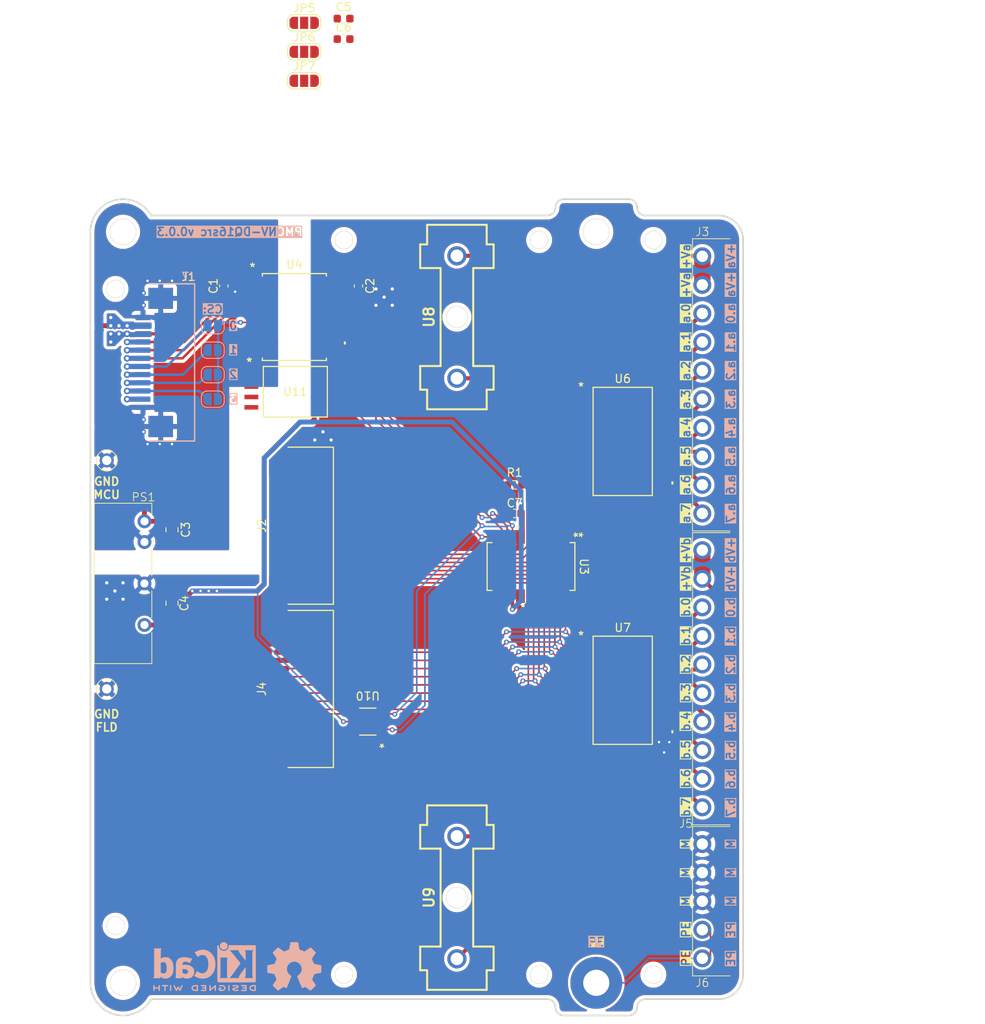
<source format=kicad_pcb>
(kicad_pcb (version 20241229) (generator "pcbnew") (generator_version "9.0")
  (title_block (title "${article} v${version}"))
  (layers (0 "F.Cu" signal) (2 "B.Cu" signal) (13 "F.Paste" user) (15 "B.Paste" user) (5 "F.SilkS" user "F.Silkscreen") (7 "B.SilkS" user "B.Silkscreen") (1 "F.Mask" user) (3 "B.Mask" user) (25 "Edge.Cuts" user))
  (property "article" "PMCNV-DQ16src")
  (property "version" "0.0.3")
  (net 0 "")
  (net 1 "/MOSI")
  (net 2 "/CS")
  (net 3 "/MISO")
  (net 4 "GND_MCU")
  (net 5 "/SCK")
  (net 6 "+3.3V_MCU")
  (net 7 "+5V_CNV")
  (net 8 "/CS3")
  (net 9 "/CS0")
  (net 10 "/CS1")
  (net 11 "/CS2")
  (net 14 "+5V_MCU")
  (net 15 "GND_CNV")
  (net 16 "/a.0_in")
  (net 17 "/b.0_in")
  (net 18 "/b.7_in")
  (net 19 "/b.5_in")
  (net 20 "/a.2_in")
  (net 21 "/b.6_in")
  (net 22 "/a.3_in")
  (net 23 "/a.5_in")
  (net 24 "/a.7_in")
  (net 25 "/b.2_in")
  (net 26 "/b.1_in")
  (net 27 "/b.4_in")
  (net 28 "/a.4_in")
  (net 29 "/a.6_in")
  (net 30 "/b.3_in")
  (net 31 "/a.1_in")
  (net 32 "/a.1_out")
  (net 33 "/a.3_out")
  (net 34 "/a.0_out")
  (net 35 "/a.7_out")
  (net 36 "/a.6_out")
  (net 37 "/a.4_out")
  (net 38 "/a.2_out")
  (net 39 "/a.5_out")
  (net 40 "/b.3_out")
  (net 41 "/b.5_out")
  (net 42 "/b.4_out")
  (net 43 "/b.2_out")
  (net 44 "/b.0_out")
  (net 45 "/b.1_out")
  (net 46 "/b.7_out")
  (net 47 "/b.6_out")
  (net 49 "/PE")
  (net 50 "+V_a")
  (net 51 "+V_b")
  (net 52 "Net-(U6-VCC)")
  (net 53 "Net-(U7-VCC)")
  (net 55 "/INT")
  (net 56 "/MISO_LED")
  (net 57 "/CS_LED")
  (net 58 "/MOSI_CNV")
  (net 59 "/MISO_CNV")
  (net 60 "/SCK_CNV")
  (net 61 "/CS_CNV")
  (net 66 "/A0")
  (net 67 "/A1")
  (net 68 "/A2")
  (footprint "kicad_inventree_lib:15EDGRC-3.5-05P" (layer "F.Cu") (at 100 143 90)
    (property "Reference" "J6")
    (property "Value" "15EDGRC-3.5-05P")
  )
  (footprint "kicad_inventree_lib:SOP18-P-375-1p27_TOS-M" (layer "F.Cu") (at 90.24 79.68)
    (property "Reference" "U6")
    (property "Value" "TBD62783AFG")
  )
  (footprint "kicad_inventree_lib:15EDGRC-3.5-10P" (layer "F.Cu") (at 100 124.5 90)
    (property "Reference" "J5")
    (property "Value" "15EDGRC-3.5-10P")
  )
  (footprint "kicad_inventree_lib:SolderJumper-3_P1.3mm_Open_RoundedPad1.0x1.5mm" (layer "F.Cu") (at 51.2 28.4)
    (property "Reference" "JP5")
    (property "Value" "SolderJumper_3_Open")
  )
  (footprint "kicad_inventree_lib:15EDGRC-3.5-10P" (layer "F.Cu") (at 100 88.5 90)
    (property "Reference" "J3")
    (property "Value" "15EDGRC-3.5-10P")
  )
  (footprint "kicad_inventree_lib:MountingHole_M3" (layer "F.Cu") (at 29 146)
    (property "Reference" "H3" (hide yes))
    (property "Value" "MountingHole_M3")
    (fp_circle (center 0 0) (end 1.6 0) (stroke (width 0.05)) (fill no) (layer "Edge.Cuts"))
  )
  (footprint "kicad_inventree_lib:649-Series-Holder" (layer "F.Cu") (at 69.92 64.44 90)
    (property "Reference" "U8")
    (property "Value" "64900001039" (hide yes))
    (fp_circle (center 0 0) (end 1.3 0) (stroke (width 0.05)) (fill no) (layer "Edge.Cuts"))
  )
  (footprint "kicad_inventree_lib:CONN10_AFA07-S12_JUS" (layer "F.Cu") (at 35 70 90)
    (property "Reference" "J1")
    (property "Value" "AFA07-S12FCC-00")
  )
  (footprint "kicad_inventree_lib:PM-ESP32C3_v0.0.5" (layer "F.Cu") (at 25.073729 100)
    (property "Reference" "U1" (hide yes))
    (property "Value" "~" (hide yes))
    (fp_circle (center 3 -39) (end 4.1 -39) (stroke (width 0.05)) (fill no) (layer "Edge.Cuts"))
    (fp_circle (center 3 39) (end 4.1 39) (stroke (width 0.05)) (fill no) (layer "Edge.Cuts"))
    (fp_circle (center 31 -45) (end 32.1 -45) (stroke (width 0.05)) (fill no) (layer "Edge.Cuts"))
    (fp_circle (center 31 45) (end 32.1 45) (stroke (width 0.05)) (fill no) (layer "Edge.Cuts"))
  )
  (footprint "Capacitor_SMD:C_0603_1608Metric" (layer "F.Cu") (at 77 88.5 180)
    (property "Reference" "C7")
    (property "Value" "100nF")
  )
  (footprint "kicad_inventree_lib:DBV6-M" (layer "F.Cu") (at 59 114 180)
    (property "Reference" "U10")
    (property "Value" "SN74LVC2G14DBVR")
  )
  (footprint "Capacitor_SMD:C_0603_1608Metric" (layer "F.Cu") (at 41.345 60.63 -90)
    (property "Reference" "C1")
    (property "Value" "100nF")
  )
  (footprint "Capacitor_SMD:C_0805_2012Metric" (layer "F.Cu") (at 35 90.5 -90)
    (property "Reference" "C3")
    (property "Value" "4.7uF")
  )
  (footprint "kicad_inventree_lib:649-Series-Holder" (layer "F.Cu") (at 69.92 135.56 -90)
    (property "Reference" "U9")
    (property "Value" "64900001039" (hide yes))
    (fp_circle (center 0 0) (end 1.3 0) (stroke (width 0.05)) (fill no) (layer "Edge.Cuts"))
  )
  (footprint "kicad_inventree_lib:CONN10_AFA07-S12_JUS" (layer "F.Cu") (at 52 110 90)
    (property "Reference" "J4")
    (property "Value" "AFA07-S12FCC-00")
  )
  (footprint "Capacitor_SMD:C_0805_2012Metric" (layer "F.Cu") (at 35 99.5 90)
    (property "Reference" "C4")
    (property "Value" "10uF")
  )
  (footprint "kicad_inventree_lib:MountingHole_M3" (layer "F.Cu") (at 87 54)
    (property "Reference" "H2" (hide yes))
    (property "Value" "MountingHole_M3")
    (fp_circle (center 0 0) (end 1.6 0) (stroke (width 0.05)) (fill no) (layer "Edge.Cuts"))
  )
  (footprint "kicad_inventree_lib:PM_LED-xx-v0.0.1" (layer "F.Cu") (at 90 100)
    (property "Reference" "SP1" (hide yes))
    (property "Value" "~")
    (fp_circle (center -10 -45) (end -8.9 -45) (stroke (width 0.05)) (fill no) (layer "Edge.Cuts"))
    (fp_circle (center -10 45) (end -8.9 45) (stroke (width 0.05)) (fill no) (layer "Edge.Cuts"))
    (fp_circle (center 4 -45) (end 5.1 -45) (stroke (width 0.05)) (fill no) (layer "Edge.Cuts"))
    (fp_circle (center 4 45) (end 5.1 45) (stroke (width 0.05)) (fill no) (layer "Edge.Cuts"))
  )
  (footprint "kicad_inventree_lib:SOP18-P-375-1p27_TOS-M" (layer "F.Cu") (at 90.24 110.16)
    (property "Reference" "U7")
    (property "Value" "TBD62783AFG")
  )
  (footprint "kicad_inventree_lib:SOICW8_CLG" (layer "F.Cu") (at 50.1152 73.595)
    (property "Reference" "U11")
    (property "Value" "CA-IS3021G")
  )
  (footprint "kicad_inventree_lib:B2405LS-1WR3" (layer "F.Cu") (at 31.625 97.08 -90)
    (property "Reference" "PS1")
    (property "Value" "5V/5V")
  )
  (footprint "kicad_inventree_lib:SSOP28_MC_MCH" (layer "F.Cu") (at 79 95 -90)
    (property "Reference" "U3")
    (property "Value" "MCP23017_SS")
  )
  (footprint "kicad_inventree_lib:SOIC16-WBW_CLG-M" (layer "F.Cu") (at 50 64.44)
    (property "Reference" "U4")
    (property "Value" "CA-IS3741HW")
  )
  (footprint "kicad_inventree_lib:CONN10_AFA07-S12_JUS" (layer "F.Cu") (at 52 90 90)
    (property "Reference" "J2")
    (property "Value" "AFA07-S12FCC-00")
  )
  (footprint "kicad_inventree_lib:SolderJumper-3_P1.3mm_Open_RoundedPad1.0x1.5mm" (layer "F.Cu") (at 51.2 31.95)
    (property "Reference" "JP6")
    (property "Value" "SolderJumper_3_Open")
  )
  (footprint "kicad_inventree_lib:MountingHole_M3" (layer "F.Cu") (at 29 54)
    (property "Reference" "H1" (hide yes))
    (property "Value" "MountingHole_M3")
    (fp_circle (center 0 0) (end 1.6 0) (stroke (width 0.05)) (fill no) (layer "Edge.Cuts"))
  )
  (footprint "Capacitor_SMD:C_0603_1608Metric" (layer "F.Cu") (at 56.03 30.39)
    (property "Reference" "C6")
    (property "Value" "100nF")
  )
  (footprint "Resistor_SMD:R_0603_1608Metric" (layer "F.Cu") (at 77 85 180)
    (property "Reference" "R1")
    (property "Value" "10k")
  )
  (footprint "kicad_inventree_lib:SolderJumper-3_P1.3mm_Open_RoundedPad1.0x1.5mm" (layer "F.Cu") (at 51.2 35.5)
    (property "Reference" "JP7")
    (property "Value" "SolderJumper_3_Open")
  )
  (footprint "Capacitor_SMD:C_0603_1608Metric" (layer "F.Cu") (at 57.855 60.63 -90)
    (property "Reference" "C2")
    (property "Value" "100nF")
  )
  (footprint "kicad_inventree_lib:PE" (layer "F.Cu") (at 87 146)
    (property "Reference" "PE1" (hide yes))
    (property "Value" "PE")
  )
  (footprint "kicad_inventree_lib:5117" (layer "F.Cu") (at 27 82)
    (property "Reference" "U2" (hide yes))
    (property "Value" "5117" (hide yes))
  )
  (footprint "kicad_inventree_lib:5117" (layer "F.Cu") (at 27 110)
    (property "Reference" "U5" (hide yes))
    (property "Value" "5117" (hide yes))
  )
  (footprint "Capacitor_SMD:C_0603_1608Metric" (layer "F.Cu") (at 56.03 27.88)
    (property "Reference" "C5")
    (property "Value" "100nF")
  )
  (footprint "kicad_inventree_lib:SolderJumper-2_P1.3mm_Open_RoundedPad1.0x1.5mm" (layer "B.Cu") (at 40 68.5)
    (property "Reference" "JP2" (hide yes))
    (property "Value" "SolderJumper_2_Open")
  )
  (footprint "kicad_inventree_lib:SolderJumper-2_P1.3mm_Open_RoundedPad1.0x1.5mm" (layer "B.Cu") (at 40 74.5)
    (property "Reference" "JP4" (hide yes))
    (property "Value" "SolderJumper_2_Open")
  )
  (footprint "kicad_inventree_lib:SolderJumper-2_P1.3mm_Open_RoundedPad1.0x1.5mm" (layer "B.Cu") (at 40 65.5)
    (property "Reference" "JP1" (hide yes))
    (property "Value" "SolderJumper_2_Open")
  )
  (footprint "kicad_inventree_lib:SolderJumper-2_P1.3mm_Open_RoundedPad1.0x1.5mm" (layer "B.Cu") (at 40 71.5)
    (property "Reference" "JP3" (hide yes))
    (property "Value" "SolderJumper_2_Open")
  )
  (footprint "kicad_inventree_lib:CONN10_AFA07-S12_JUS" (layer "B.Cu") (at 35 70 -90)
    (property "Reference" "J7")
    (property "Value" "AFA07-S12FCC-00")
  )
  (footprint "Symbol:KiCad-Logo2_5mm_SilkScreen" (layer "B.Cu") (at 39 144 180)
    (property "Reference" "kicad_logo" (hide yes))
    (property "Value" "KiCad-Logo2_5mm_SilkScreen" (hide yes))
  )
  (footprint "Symbol:OSHW-Symbol_6.7x6mm_SilkScreen" (layer "B.Cu") (at 50 144 180)
    (property "Reference" "oshw_logo" (hide yes))
    (property "Value" "OSHW-Symbol_6.7x6mm_SilkScreen" (hide yes))
  )
  (gr_line (start 81 148) (end 32.4641 148) (stroke (width 0.2)) (layer "Edge.Cuts"))
  (gr_arc (start 83 150) (mid 82.292893 149.707107) (end 82 149) (stroke (width 0.2)) (layer "Edge.Cuts"))
  (gr_arc (start 25 54) (mid 26.171573 51.171573) (end 29 50) (stroke (width 0.2)) (layer "Edge.Cuts"))
  (gr_arc (start 29 50) (mid 31.001917 50.537006) (end 32.466314 52.003836) (stroke (width 0.2)) (layer "Edge.Cuts"))
  (gr_line (start 102 52) (end 93 52) (stroke (width 0.2)) (layer "Edge.Cuts"))
  (gr_arc (start 81 148) (mid 81.707107 148.292893) (end 82 149) (stroke (width 0.2)) (layer "Edge.Cuts"))
  (gr_line (start 93 148) (end 102 148) (stroke (width 0.2)) (layer "Edge.Cuts"))
  (gr_arc (start 91 50) (mid 91.707107 50.292893) (end 92 51) (stroke (width 0.2)) (layer "Edge.Cuts"))
  (gr_line (start 83 150) (end 91 150) (stroke (width 0.2)) (layer "Edge.Cuts"))
  (gr_arc (start 82 51) (mid 82.292893 50.292893) (end 83 50) (stroke (width 0.2)) (layer "Edge.Cuts"))
  (gr_arc (start 92 149) (mid 92.292893 148.292893) (end 93 148) (stroke (width 0.2)) (layer "Edge.Cuts"))
  (gr_arc (start 105 145) (mid 104.12132 147.12132) (end 102 148) (stroke (width 0.2)) (layer "Edge.Cuts"))
  (gr_line (start 105 55) (end 105 145) (stroke (width 0.2)) (layer "Edge.Cuts"))
  (gr_line (start 25 54) (end 25 146) (stroke (width 0.2)) (layer "Edge.Cuts"))
  (gr_arc (start 93 52) (mid 92.292893 51.707107) (end 92 51) (stroke (width 0.2)) (layer "Edge.Cuts"))
  (gr_arc (start 102 52) (mid 104.12132 52.87868) (end 105 55) (stroke (width 0.2)) (layer "Edge.Cuts"))
  (gr_line (start 91 50) (end 83 50) (stroke (width 0.2)) (layer "Edge.Cuts"))
  (gr_line (start 32.472973 52) (end 81 52) (stroke (width 0.2)) (layer "Edge.Cuts"))
  (gr_arc (start 32.464101 148) (mid 27.964724 149.863703) (end 25 146) (stroke (width 0.2)) (layer "Edge.Cuts"))
  (gr_arc (start 92 149) (mid 91.707107 149.707107) (end 91 150) (stroke (width 0.2)) (layer "Edge.Cuts"))
  (gr_arc (start 82 51) (mid 81.707107 51.707107) (end 81 52) (stroke (width 0.2)) (layer "Edge.Cuts"))
  (gr_text "+Va" (at 98 60.5 90) (layer "F.SilkS" knockout) (effects (font (size 1 1) (thickness 0.2) (bold yes))))
  (gr_text "+Vb" (at 98 93 90) (layer "F.SilkS" knockout) (effects (font (size 1 1) (thickness 0.2) (bold yes))))
  (gr_text "a.6" (at 98 85 90) (layer "F.SilkS" knockout) (effects (font (size 1 1) (thickness 0.2) (bold yes))))
  (gr_text "a.3" (at 98 74.5 90) (layer "F.SilkS" knockout) (effects (font (size 1 1) (thickness 0.2) (bold yes))))
  (gr_text "a.4" (at 98 78 90) (layer "F.SilkS" knockout) (effects (font (size 1 1) (thickness 0.2) (bold yes))))
  (gr_text "+Va" (at 98 57 90) (layer "F.SilkS" knockout) (effects (font (size 1 1) (thickness 0.2) (bold yes))))
  (gr_text "PE" (at 98 143 90) (layer "F.SilkS" knockout) (effects (font (size 1 1) (thickness 0.2) (bold yes))))
  (gr_text "M" (at 98 129 90) (layer "F.SilkS" knockout) (effects (font (size 1 1) (thickness 0.2) (bold yes))))
  (gr_text "M" (at 98 132.5 90) (layer "F.SilkS" knockout) (effects (font (size 1 1) (thickness 0.2) (bold yes))))
  (gr_text "a.7" (at 98 88.5 90) (layer "F.SilkS" knockout) (effects (font (size 1 1) (thickness 0.2) (bold yes))))
  (gr_text "b.7" (at 98 124.5 90) (layer "F.SilkS" knockout) (effects (font (size 1 1) (thickness 0.2) (bold yes))))
  (gr_text "b.3" (at 98 110.5 90) (layer "F.SilkS" knockout) (effects (font (size 1 1) (thickness 0.2) (bold yes))))
  (gr_text "PE" (at 98 139.5 90) (layer "F.SilkS" knockout) (effects (font (size 1 1) (thickness 0.2) (bold yes))))
  (gr_text "b.4" (at 98 114 90) (layer "F.SilkS" knockout) (effects (font (size 1 1) (thickness 0.2) (bold yes))))
  (gr_text "a.0" (at 98 64 90) (layer "F.SilkS" knockout) (effects (font (size 1 1) (thickness 0.2) (bold yes))))
  (gr_text "PE" (at 87 141 0) (layer "F.SilkS" knockout) (effects (font (size 1 1) (thickness 0.2) (bold yes))))
  (gr_text "a.1" (at 98 67.5 90) (layer "F.SilkS" knockout) (effects (font (size 1 1) (thickness 0.2) (bold yes))))
  (gr_text "a.2" (at 98 71 90) (layer "F.SilkS" knockout) (effects (font (size 1 1) (thickness 0.2) (bold yes))))
  (gr_text "b.2" (at 98 107 90) (layer "F.SilkS" knockout) (effects (font (size 1 1) (thickness 0.2) (bold yes))))
  (gr_text "a.5" (at 98 81.5 90) (layer "F.SilkS" knockout) (effects (font (size 1 1) (thickness 0.2) (bold yes))))
  (gr_text "b.5" (at 98 117.5 90) (layer "F.SilkS" knockout) (effects (font (size 1 1) (thickness 0.2) (bold yes))))
  (gr_text "M" (at 98 136 90) (layer "F.SilkS" knockout) (effects (font (size 1 1) (thickness 0.2) (bold yes))))
  (gr_text "+Vb" (at 98 96.5 90) (layer "F.SilkS" knockout) (effects (font (size 1 1) (thickness 0.2) (bold yes))))
  (gr_text "GND\nMCU" (at 27 84 0) (layer "F.SilkS") (effects (font (size 1 1) (thickness 0.2)) (justify top)))
  (gr_text "b.0" (at 98 100 90) (layer "F.SilkS" knockout) (effects (font (size 1 1) (thickness 0.2) (bold yes))))
  (gr_text "GND\nFLD" (at 27 112.5 0) (layer "F.SilkS") (effects (font (size 1 1) (thickness 0.2)) (justify top)))
  (gr_text "b.1" (at 98 103.5 90) (layer "F.SilkS" knockout) (effects (font (size 1 1) (thickness 0.2) (bold yes))))
  (gr_text "b.6" (at 98 121 90) (layer "F.SilkS" knockout) (effects (font (size 1 1) (thickness 0.2) (bold yes))))
  (gr_text "+Va" (at 103.5 60.5 90) (layer "B.SilkS" knockout) (effects (font (size 1 1) (thickness 0.2) (bold yes)) (justify mirror)))
  (gr_text "a.6" (at 103.5 85 90) (layer "B.SilkS" knockout) (effects (font (size 1 1) (thickness 0.2) (bold yes)) (justify mirror)))
  (gr_text "a.4" (at 103.5 78 90) (layer "B.SilkS" knockout) (effects (font (size 1 1) (thickness 0.2) (bold yes)) (justify mirror)))
  (gr_text "2" (at 42.5 71.5 0) (layer "B.SilkS" knockout) (effects (font (size 1 1) (thickness 0.2) (bold yes)) (justify mirror)))
  (gr_text "a.0" (at 103.5 64 90) (layer "B.SilkS" knockout) (effects (font (size 1 1) (thickness 0.2) (bold yes)) (justify mirror)))
  (gr_text "b.1" (at 103.5 103.5 90) (layer "B.SilkS" knockout) (effects (font (size 1 1) (thickness 0.2) (bold yes)) (justify mirror)))
  (gr_text "+Va" (at 103.5 57 90) (layer "B.SilkS" knockout) (effects (font (size 1 1) (thickness 0.2) (bold yes)) (justify mirror)))
  (gr_text "M" (at 103.5 129 90) (layer "B.SilkS" knockout) (effects (font (size 1 1) (thickness 0.2) (bold yes)) (justify mirror)))
  (gr_text "M" (at 103.5 136 90) (layer "B.SilkS" knockout) (effects (font (size 1 1) (thickness 0.2) (bold yes)) (justify mirror)))
  (gr_text "CS:" (at 40 63.5 0) (layer "B.SilkS" knockout) (effects (font (size 1 1) (thickness 0.2) (bold yes)) (justify mirror)))
  (gr_text "3" (at 42.5 74.5 0) (layer "B.SilkS" knockout) (effects (font (size 1 1) (thickness 0.2) (bold yes)) (justify mirror)))
  (gr_text "+Vb" (at 103.5 93 90) (layer "B.SilkS" knockout) (effects (font (size 1 1) (thickness 0.2) (bold yes)) (justify mirror)))
  (gr_text "b.5" (at 103.5 117.5 90) (layer "B.SilkS" knockout) (effects (font (size 1 1) (thickness 0.2) (bold yes)) (justify mirror)))
  (gr_text "a.3" (at 103.5 74.5 90) (layer "B.SilkS" knockout) (effects (font (size 1 1) (thickness 0.2) (bold yes)) (justify mirror)))
  (gr_text "b.3" (at 103.5 110.5 90) (layer "B.SilkS" knockout) (effects (font (size 1 1) (thickness 0.2) (bold yes)) (justify mirror)))
  (gr_text "+Vb" (at 103.5 96.5 90) (layer "B.SilkS" knockout) (effects (font (size 1 1) (thickness 0.2) (bold yes)) (justify mirror)))
  (gr_text "b.6" (at 103.5 121 90) (layer "B.SilkS" knockout) (effects (font (size 1 1) (thickness 0.2) (bold yes)) (justify mirror)))
  (gr_text "a.1" (at 103.5 67.5 90) (layer "B.SilkS" knockout) (effects (font (size 1 1) (thickness 0.2) (bold yes)) (justify mirror)))
  (gr_text "b.2" (at 103.5 107 90) (layer "B.SilkS" knockout) (effects (font (size 1 1) (thickness 0.2) (bold yes)) (justify mirror)))
  (gr_text "M" (at 103.5 132.5 90) (layer "B.SilkS" knockout) (effects (font (size 1 1) (thickness 0.2) (bold yes)) (justify mirror)))
  (gr_text "PE" (at 103.5 139.5 90) (layer "B.SilkS" knockout) (effects (font (size 1 1) (thickness 0.2) (bold yes)) (justify mirror)))
  (gr_text "b.7" (at 103.5 124.5 90) (layer "B.SilkS" knockout) (effects (font (size 1 1) (thickness 0.2) (bold yes)) (justify mirror)))
  (gr_text "${article} v${version}" (at 33 54 0) (layer "B.SilkS" knockout) (effects (font (size 1 1) (thickness 0.2) (bold yes)) (justify right mirror)))
  (gr_text "a.2" (at 103.5 71 90) (layer "B.SilkS" knockout) (effects (font (size 1 1) (thickness 0.2) (bold yes)) (justify mirror)))
  (gr_text "a.7" (at 103.5 88.5 90) (layer "B.SilkS" knockout) (effects (font (size 1 1) (thickness 0.2) (bold yes)) (justify mirror)))
  (gr_text "0" (at 42.5 65.5 0) (layer "B.SilkS" knockout) (effects (font (size 1 1) (thickness 0.2) (bold yes)) (justify mirror)))
  (gr_text "1" (at 42.5 68.5 0) (layer "B.SilkS" knockout) (effects (font (size 1 1) (thickness 0.2) (bold yes)) (justify mirror)))
  (gr_text "PE" (at 103.5 143 90) (layer "B.SilkS" knockout) (effects (font (size 1 1) (thickness 0.2) (bold yes)) (justify mirror)))
  (gr_text "b.4" (at 103.5 114 90) (layer "B.SilkS" knockout) (effects (font (size 1 1) (thickness 0.2) (bold yes)) (justify mirror)))
  (gr_text "PE" (at 87 141 -0) (layer "B.SilkS" knockout) (effects (font (size 1 1) (thickness 0.2) (bold yes)) (justify mirror)))
  (gr_text "b.0" (at 103.5 100 90) (layer "B.SilkS" knockout) (effects (font (size 1 1) (thickness 0.2) (bold yes)) (justify mirror)))
  (gr_text "a.5" (at 103.5 81.5 90) (layer "B.SilkS" knockout) (effects (font (size 1 1) (thickness 0.2) (bold yes)) (justify mirror)))
  (segment (start 31.444 67.500002) (end 29.500002 67.500002) (width 0.6) (layer "F.Cu") (net 1))
  (segment (start 36.499998 67.500002) (end 41.465 62.535) (width 0.3) (layer "F.Cu") (net 1))
  (segment (start 31.444 67.500002) (end 36.499998 67.500002) (width 0.3) (layer "F.Cu") (net 1))
  (segment (start 29.500002 67.500002) (end 29.5 67.5) (width 0.6) (layer "F.Cu") (net 1))
  (segment (start 41.465 62.535) (end 45.1232 62.535) (width 0.3) (layer "F.Cu") (net 1))
  (via (at 29.5 67.5) (size 0.8) (drill 0.4) (layers "F.Cu" "B.Cu") (net 1))
  (segment (start 31.443998 67.5) (end 31.444 67.500002) (width 0.6) (layer "B.Cu") (net 1))
  (segment (start 29.5 67.5) (end 31.443998 67.5) (width 0.6) (layer "B.Cu") (net 1))
  (segment (start 43.4 65.1) (end 45.0982 65.1) (width 0.2) (layer "F.Cu") (net 2))
  (segment (start 45.0982 65.1) (end 45.1232 65.075) (width 0.2) (layer "F.Cu") (net 2))
  (via (at 43.4 65.1) (size 0.6) (drill 0.3) (layers "F.Cu" "B.Cu") (net 2))
  (segment (start 40.65 65.35) (end 40.65 65.5) (width 0.2) (layer "B.Cu") (net 2))
  (segment (start 40.65 68.5) (end 40.65 71.5) (width 0.3) (layer "B.Cu") (net 2))
  (segment (start 40.65 65.5) (end 40.65 68.5) (width 0.3) (layer "B.Cu") (net 2))
  (segment (start 41.05 65.1) (end 40.65 65.5) (width 0.3) (layer "B.Cu") (net 2))
  (segment (start 40.65 71.85) (end 40.54 71.96) (width 0.2) (layer "B.Cu") (net 2))
  (segment (start 40.54 71.96) (end 40.65 71.96) (width 0.2) (layer "B.Cu") (net 2))
  (segment (start 43.4 65.1) (end 41.05 65.1) (width 0.3) (layer "B.Cu") (net 2))
  (segment (start 40.9 65.1) (end 40.65 65.35) (width 0.2) (layer "B.Cu") (net 2))
  (segment (start 40.65 71.5) (end 40.65 71.85) (width 0.2) (layer "B.Cu") (net 2))
  (segment (start 40.65 71.5) (end 40.65 74.5) (width 0.3) (layer "B.Cu") (net 2))
  (segment (start 31.444 68.5) (end 29.5 68.5) (width 0.6) (layer "F.Cu") (net 3))
  (segment (start 36.431095 68.5) (end 41.668395 63.2627) (width 0.3) (layer "F.Cu") (net 3))
  (segment (start 45.6216 66.345) (end 45.1232 66.345) (width 0.2) (layer "F.Cu") (net 3))
  (segment (start 31.444 68.5) (end 36.431095 68.5) (width 0.3) (layer "F.Cu") (net 3))
  (segment (start 46.5 65.654) (end 45.809 66.345) (width 0.3) (layer "F.Cu") (net 3))
  (segment (start 46.5 63.5) (end 46.5 65.654) (width 0.3) (layer "F.Cu") (net 3))
  (segment (start 46.2627 63.2627) (end 46.5 63.5) (width 0.3) (layer "F.Cu") (net 3))
  (segment (start 45.809 66.345) (end 45.1232 66.345) (width 0.3) (layer "F.Cu") (net 3))
  (segment (start 41.668395 63.2627) (end 46.2627 63.2627) (width 0.3) (layer "F.Cu") (net 3))
  (via (at 29.5 68.5) (size 0.8) (drill 0.4) (layers "F.Cu" "B.Cu") (net 3))
  (segment (start 29.5 68.5) (end 31.444 68.5) (width 0.6) (layer "B.Cu") (net 3))
  (via (at 33.5 60) (size 0.6) (drill 0.3) (layers "F.Cu" "B.Cu") (net 4))
  (via (at 32 80) (size 0.6) (drill 0.3) (layers "F.Cu" "B.Cu") (net 4))
  (via (at 35 80) (size 0.6) (drill 0.3) (layers "F.Cu" "B.Cu") (net 4))
  (via (at 33.5 80) (size 0.6) (drill 0.3) (layers "F.Cu" "B.Cu") (net 4))
  (via (at 42.735736 61.335709) (size 0.6) (drill 0.3) (layers "F.Cu" "B.Cu") (net 4))
  (via (at 32 60) (size 0.6) (drill 0.3) (layers "F.Cu" "B.Cu") (net 4))
  (via (at 31.5 77) (size 0.6) (drill 0.3) (layers "F.Cu" "B.Cu") (net 4))
  (via (at 31.5 61.5) (size 0.6) (drill 0.3) (layers "F.Cu" "B.Cu") (net 4))
  (via (at 35 60) (size 0.6) (drill 0.3) (layers "F.Cu" "B.Cu") (net 4))
  (via (at 31.5 78.5) (size 0.6) (drill 0.3) (layers "F.Cu" "B.Cu") (net 4))
  (via (at 31.5 63) (size 0.6) (drill 0.3) (layers "F.Cu" "B.Cu") (net 4))
  (segment (start 41.979452 63.805) (end 45.1232 63.805) (width 0.3) (layer "F.Cu") (net 5))
  (segment (start 31.444 69.5) (end 29.5 69.5) (width 0.6) (layer "F.Cu") (net 5))
  (segment (start 36.284452 69.5) (end 41.979452 63.805) (width 0.3) (layer "F.Cu") (net 5))
  (segment (start 31.444 69.5) (end 36.284452 69.5) (width 0.3) (layer "F.Cu") (net 5))
  (via (at 29.5 69.5) (size 0.8) (drill 0.4) (layers "F.Cu" "B.Cu") (net 5))
  (segment (start 29.5 69.5) (end 31.444 69.5) (width 0.6) (layer "B.Cu") (net 5))
  (segment (start 31.444 66.500004) (end 34.699996 66.500004) (width 0.4) (layer "F.Cu") (net 6))
  (segment (start 41.345 59.855) (end 44.9832 59.855) (width 0.4) (layer "F.Cu") (net 6))
  (segment (start 45.809 59.995) (end 47.5 61.686) (width 0.4) (layer "F.Cu") (net 6))
  (segment (start 34.699996 66.500004) (end 41.345 59.855) (width 0.4) (layer "F.Cu") (net 6))
  (segment (start 44.9832 59.855) (end 45.1232 59.995) (width 0.4) (layer "F.Cu") (net 6))
  (segment (start 31.2406 66.5) (end 31.2406 66.3116) (width 0.2) (layer "F.Cu") (net 6))
  (segment (start 31.8423 66.5) (end 31.2406 66.5) (width 0.2) (layer "F.Cu") (net 6))
  (segment (start 41.485 59.995) (end 41.345 59.855) (width 0.2) (layer "F.Cu") (net 6))
  (segment (start 47.5 61.686) (end 47.5 66.5) (width 0.4) (layer "F.Cu") (net 6))
  (segment (start 46.385 67.615) (end 45.1232 67.615) (width 0.4) (layer "F.Cu") (net 6))
  (segment (start 47.5 66.5) (end 46.385 67.615) (width 0.4) (layer "F.Cu") (net 6))
  (segment (start 45.1232 59.995) (end 45.809 59.995) (width 0.4) (layer "F.Cu") (net 6))
  (segment (start 44.7232 59.995) (end 45.395 59.995) (width 0.2) (layer "F.Cu") (net 6))
  (via (at 27.5 67.5) (size 0.8) (drill 0.4) (layers "F.Cu" "B.Cu") (net 6))
  (via (at 28.5 66.5) (size 0.8) (drill 0.4) (layers "F.Cu" "B.Cu") (net 6))
  (via (at 27.5 66.5) (size 0.8) (drill 0.4) (layers "F.Cu" "B.Cu") (net 6))
  (via (at 29.5 66.5) (size 0.8) (drill 0.4) (layers "F.Cu" "B.Cu") (net 6))
  (segment (start 77.825 85) (end 77.825 87.2) (width 0.2) (layer "F.Cu") (net 7))
  (segment (start 57.53315 114) (end 56 114) (width 0.2) (layer "F.Cu") (net 7))
  (segment (start 52.44 76.984264) (end 52.44 67.5) (width 0.6) (layer "F.Cu") (net 7))
  (segment (start 78.025001 88.750001) (end 77.775 88.5) (width 0.4) (layer "F.Cu") (net 7))
  (segment (start 52.44 61.1334) (end 53.5784 59.995) (width 0.6) (layer "F.Cu") (net 7))
  (segment (start 37.5 98) (end 45.424264 98) (width 0.6) (layer "F.Cu") (net 7))
  (segment (start 52.44 67.5) (end 52.44 61.1334) (width 0.6) (layer "F.Cu") (net 7))
  (segment (start 54.4768 67.615) (end 52.555 67.615) (width 0.6) (layer "F.Cu") (net 7))
  (segment (start 45.424264 98) (end 46.3 97.124264) (width 0.6) (layer "F.Cu") (net 7))
  (segment (start 77.775 87.25) (end 77.775 88.5) (width 0.6) (layer "F.Cu") (net 7))
  (segment (start 52.124264 77.3) (end 52.44 76.984264) (width 0.6) (layer "F.Cu") (net 7))
  (segment (start 54.8768 59.995) (end 57.715 59.995) (width 0.6) (layer "F.Cu") (net 7))
  (segment (start 57.715 59.995) (end 57.855 59.855) (width 0.6) (layer "F.Cu") (net 7))
  (segment (start 77.825 87.2) (end 77.775 87.25) (width 0.2) (layer "F.Cu") (net 7))
  (segment (start 31.625 102.16) (end 33.34 102.16) (width 0.6) (layer "F.Cu") (net 7))
  (segment (start 53.5784 59.995) (end 54.8768 59.995) (width 0.6) (layer "F.Cu") (net 7))
  (segment (start 76.725001 100.25) (end 76.725001 98.627801) (width 0.4) (layer "F.Cu") (net 7))
  (segment (start 50.7 77.3) (end 52.124264 77.3) (width 0.6) (layer "F.Cu") (net 7))
  (segment (start 33.34 102.16) (end 37.5 98) (width 0.6) (layer "F.Cu") (net 7))
  (segment (start 46.3 81.7) (end 50.7 77.3) (width 0.6) (layer "F.Cu") (net 7))
  (segment (start 52.555 67.615) (end 52.44 67.5) (width 0.6) (layer "F.Cu") (net 7))
  (segment (start 46.3 97.124264) (end 46.3 81.7) (width 0.6) (layer "F.Cu") (net 7))
  (segment (start 78.025001 91.372199) (end 78.025001 88.750001) (width 0.4) (layer "F.Cu") (net 7))
  (via (at 77.775 87.25) (size 0.6) (drill 0.3) (layers "F.Cu" "B.Cu") (net 7))
  (via (at 37.5 98) (size 0.6) (drill 0.3) (layers "F.Cu" "B.Cu") (net 7))
  (via (at 38.5 98) (size 0.6) (drill 0.3) (layers "F.Cu" "B.Cu") (net 7))
  (via (at 39.5 98) (size 0.6) (drill 0.3) (layers "F.Cu" "B.Cu") (net 7))
  (via (at 76.725001 100.25) (size 0.6) (drill 0.3) (layers "F.Cu" "B.Cu") (net 7))
  (via (at 56 114) (size 0.6) (drill 0.3) (layers "F.Cu" "B.Cu") (net 7))
  (via (at 40.5 98) (size 0.6) (drill 0.3) (layers "F.Cu" "B.Cu") (net 7))
  (segment (start 45.5 103.5) (end 45.5 98) (width 0.2) (layer "B.Cu") (net 7))
  (segment (start 77.8 87.275) (end 77.775 87.25) (width 0.6) (layer "B.Cu") (net 7))
  (segment (start 50.7 77.3) (end 46.3 81.7) (width 0.6) (layer "B.Cu") (net 7))
  (segment (start 46.3 81.7) (end 46.3 97.2) (width 0.6) (layer "B.Cu") (net 7))
  (segment (start 46.3 97.2) (end 45.5 98) (width 0.6) (layer "B.Cu") (net 7))
  (segment (start 77.775 87.25) (end 77.775 85.775) (width 0.6) (layer "B.Cu") (net 7))
  (segment (start 76.725001 100.25) (end 77.8 99.175001) (width 0.6) (layer "B.Cu") (net 7))
  (segment (start 77.775 85.775) (end 69.3 77.3) (width 0.6) (layer "B.Cu") (net 7))
  (segment (start 77.8 99.175001) (end 77.8 87.275) (width 0.6) (layer "B.Cu") (net 7))
  (segment (start 69.3 77.3) (end 50.7 77.3) (width 0.6) (layer "B.Cu") (net 7))
  (segment (start 37.5 98) (end 45.5 98) (width 0.6) (layer "B.Cu") (net 7))
  (segment (start 56 114) (end 45.5 103.5) (width 0.2) (layer "B.Cu") (net 7))
  (segment (start 31.444 73.499996) (end 29.500004 73.499996) (width 0.6) (layer "F.Cu") (net 8))
  (segment (start 31.443996 73.5) (end 31.444 73.499996) (width 0.6) (layer "F.Cu") (net 8))
  (segment (start 29.500004 73.499996) (end 29.5 73.5) (width 0.6) (layer "F.Cu") (net 8))
  (via (at 29.5 73.5) (size 0.8) (drill 0.4) (layers "F.Cu" "B.Cu") (net 8))
  (segment (start 31.444 73.499996) (end 38.349996 73.499996) (width 0.3) (layer "B.Cu") (net 8))
  (segment (start 31.443996 73.5) (end 31.444 73.499996) (width 0.6) (layer "B.Cu") (net 8))
  (segment (start 38.349996 73.499996) (end 39.35 74.5) (width 0.3) (layer "B.Cu") (net 8))
  (segment (start 29.5 73.5) (end 31.443996 73.5) (width 0.6) (layer "B.Cu") (net 8))
  (segment (start 31.2406 70.5836) (end 31.2406 70.5) (width 0.2) (layer "F.Cu") (net 9))
  (segment (start 31.444 70.5) (end 29.5 70.5) (width 0.6) (layer "F.Cu") (net 9))
  (via (at 29.5 70.5) (size 0.8) (drill 0.4) (layers "F.Cu" "B.Cu") (net 9))
  (segment (start 34.35 70.5) (end 31.444 70.5) (width 0.3) (layer "B.Cu") (net 9))
  (segment (start 29.5 70.5) (end 31.444 70.5) (width 0.6) (layer "B.Cu") (net 9))
  (segment (start 39.35 65.5) (end 34.35 70.5) (width 0.3) (layer "B.Cu") (net 9))
  (segment (start 31.444 71.5) (end 29.5 71.5) (width 0.6) (layer "F.Cu") (net 10))
  (via (at 29.5 71.5) (size 0.8) (drill 0.4) (layers "F.Cu" "B.Cu") (net 10))
  (segment (start 39.35 68.5) (end 36.35 71.5) (width 0.3) (layer "B.Cu") (net 10))
  (segment (start 29.5 71.5) (end 31.444 71.5) (width 0.6) (layer "B.Cu") (net 10))
  (segment (start 31.1451 71.5955) (end 31.2406 71.5) (width 0.2) (layer "B.Cu") (net 10))
  (segment (start 31.9432 71.5) (end 31.2406 71.5) (width 0.2) (layer "B.Cu") (net 10))
  (segment (start 36.35 71.5) (end 31.444 71.5) (width 0.3) (layer "B.Cu") (net 10))
  (segment (start 31.444 72.499998) (end 29.500002 72.499998) (width 0.6) (layer "F.Cu") (net 11))
  (segment (start 31.443998 72.5) (end 31.444 72.499998) (width 0.6) (layer "F.Cu") (net 11))
  (segment (start 29.500002 72.499998) (end 29.5 72.5) (width 0.6) (layer "F.Cu") (net 11))
  (via (at 29.5 72.5) (size 0.8) (drill 0.4) (layers "F.Cu" "B.Cu") (net 11))
  (segment (start 29.5 72.5) (end 31.443998 72.5) (width 0.6) (layer "B.Cu") (net 11))
  (segment (start 31.443998 72.5) (end 31.444 72.499998) (width 0.6) (layer "B.Cu") (net 11))
  (segment (start 31.444 72.499998) (end 38.350002 72.499998) (width 0.3) (layer "B.Cu") (net 11))
  (segment (start 38.350002 72.499998) (end 39.35 71.5) (width 0.3) (layer "B.Cu") (net 11))
  (segment (start 27.5 65.5) (end 26.5 65.5) (width 0.6) (layer "F.Cu") (net 14))
  (segment (start 31.625 89.46) (end 34.91 89.46) (width 0.6) (layer "F.Cu") (net 14))
  (segment (start 26.5 65.5) (end 25.8 66.2) (width 0.6) (layer "F.Cu") (net 14))
  (segment (start 31.625 83.125) (end 31.625 89.46) (width 0.6) (layer "F.Cu") (net 14))
  (segment (start 34.91 89.46) (end 35 89.55) (width 0.6) (layer "F.Cu") (net 14))
  (segment (start 25.8 66.2) (end 25.8 77.3) (width 0.6) (layer "F.Cu") (net 14))
  (segment (start 25.8 77.3) (end 31.625 83.125) (width 0.6) (layer "F.Cu") (net 14))
  (via (at 27.5 64.5) (size 0.8) (drill 0.4) (layers "F.Cu" "B.Cu") (net 14))
  (via (at 27.5 65.5) (size 0.8) (drill 0.4) (layers "F.Cu" "B.Cu") (net 14))
  (via (at 29.5 65.5) (size 0.8) (drill 0.4) (layers "F.Cu" "B.Cu") (net 14))
  (via (at 28.5 65.5) (size 0.8) (drill 0.4) (layers "F.Cu" "B.Cu") (net 14))
  (segment (start 31.443994 65.5) (end 31.444 65.500006) (width 0.6) (layer "B.Cu") (net 14))
  (via (at 60 63) (size 0.8) (drill 0.4) (layers "F.Cu" "B.Cu") (net 15))
  (via (at 53.5 78.5) (size 0.8) (drill 0.4) (layers "F.Cu" "B.Cu") (net 15))
  (via (at 28 98) (size 0.8) (drill 0.4) (layers "F.Cu" "B.Cu") (net 15))
  (via (at 94.685 116.51) (size 0.6) (drill 0.3) (layers "F.Cu" "B.Cu") (net 15))
  (via (at 62 61) (size 0.8) (drill 0.4) (layers "F.Cu" "B.Cu") (net 15))
  (via (at 52.5 79.5) (size 0.8) (drill 0.4) (layers "F.Cu" "B.Cu") (net 15))
  (via (at 29 99) (size 0.8) (drill 0.4) (layers "F.Cu" "B.Cu") (net 15))
  (via (at 27 97) (size 0.8) (drill 0.4) (layers "F.Cu" "B.Cu") (net 15))
  (via (at 62 63) (size 0.8) (drill 0.4) (layers "F.Cu" "B.Cu") (net 15))
  (via (at 27 99) (size 0.8) (drill 0.4) (layers "F.Cu" "B.Cu") (net 15))
  (via (at 60 61) (size 0.8) (drill 0.4) (layers "F.Cu" "B.Cu") (net 15))
  (via (at 95.955 116.51) (size 0.6) (drill 0.3) (layers "F.Cu" "B.Cu") (net 15))
  (via (at 29 97) (size 0.8) (drill 0.4) (layers "F.Cu" "B.Cu") (net 15))
  (via (at 54.5 79.5) (size 0.8) (drill 0.4) (layers "F.Cu" "B.Cu") (net 15))
  (via (at 61 62) (size 0.8) (drill 0.4) (layers "F.Cu" "B.Cu") (net 15))
  (via (at 95.32 117.78) (size 0.6) (drill 0.3) (layers "F.Cu" "B.Cu") (net 15))
  (segment (start 78.675002 91.372199) (end 78.675002 80.9008) (width 0.2) (layer "F.Cu") (net 16))
  (segment (start 56.500006 85.500006) (end 48.444 85.500006) (width 0.2) (layer "F.Cu") (net 16))
  (segment (start 78.675002 92.3659) (end 77.540902 93.5) (width 0.2) (layer "F.Cu") (net 16))
  (segment (start 64.5 93.5) (end 56.500006 85.500006) (width 0.2) (layer "F.Cu") (net 16))
  (segment (start 77.540902 93.5) (end 64.5 93.5) (width 0.2) (layer "F.Cu") (net 16))
  (segment (start 78.675002 91.372199) (end 78.675002 92.3659) (width 0.2) (layer "F.Cu") (net 16))
  (segment (start 84.975802 74.6) (end 85.389202 74.6) (width 0.2) (layer "F.Cu") (net 16))
  (segment (start 78.675002 80.9008) (end 84.975802 74.6) (width 0.2) (layer "F.Cu") (net 16))
  (segment (start 83.225 102.945399) (end 85.359601 105.08) (width 0.2) (layer "F.Cu") (net 17))
  (segment (start 73.499994 105.500006) (end 48.444 105.500006) (width 0.2) (layer "F.Cu") (net 17))
  (segment (start 85.359601 105.08) (end 85.389202 105.08) (width 0.2) (layer "F.Cu") (net 17))
  (segment (start 76 103) (end 73.499994 105.500006) (width 0.2) (layer "F.Cu") (net 17))
  (segment (start 83.225 98.627801) (end 83.225 102.945399) (width 0.2) (layer "F.Cu") (net 17))
  (via (at 76 103) (size 0.6) (drill 0.3) (layers "F.Cu" "B.Cu") (net 17))
  (via (at 83.25 103) (size 0.6) (drill 0.3) (layers "F.Cu" "B.Cu") (net 17))
  (segment (start 76 103) (end 83.25 103) (width 0.2) (layer "B.Cu") (net 17))
  (segment (start 82.97 113.97) (end 85.389202 113.97) (width 0.2) (layer "F.Cu") (net 18))
  (segment (start 48.444 112.499998) (end 75.85 112.499998) (width 0.2) (layer "F.Cu") (net 18))
  (segment (start 78.674999 109.674999) (end 82.97 113.97) (width 0.2) (layer "F.Cu") (net 18))
  (segment (start 75.85 112.499998) (end 78.674999 109.674999) (width 0.2) (layer "F.Cu") (net 18))
  (segment (start 78.674999 98.627801) (end 78.674999 109.674999) (width 0.2) (layer "F.Cu") (net 18))
  (segment (start 48.444 110.5) (end 75.5 110.5) (width 0.2) (layer "F.Cu") (net 19))
  (segment (start 75.5 110.5) (end 77.75 108.25) (width 0.2) (layer "F.Cu") (net 19))
  (segment (start 79.974999 108.224999) (end 80.5 108.75) (width 0.2) (layer "F.Cu") (net 19))
  (segment (start 80.5 108.75) (end 83.18 111.43) (width 0.2) (layer "F.Cu") (net 19))
  (segment (start 83.18 111.43) (end 85.389202 111.43) (width 0.2) (layer "F.Cu") (net 19))
  (segment (start 79.974999 98.627801) (end 79.974999 108.224999) (width 0.2) (layer "F.Cu") (net 19))
  (via (at 77.75 108.25) (size 0.6) (drill 0.3) (layers "F.Cu" "B.Cu") (net 19))
  (via (at 80 108.25) (size 0.6) (drill 0.3) (layers "F.Cu" "B.Cu") (net 19))
  (segment (start 77.75 108.25) (end 80 108.25) (width 0.2) (layer "B.Cu") (net 19))
  (segment (start 48.444 87.500002) (end 56.250002 87.500002) (width 0.2) (layer "F.Cu") (net 20))
  (segment (start 79.974999 91.372199) (end 80 91.347198) (width 0.2) (layer "F.Cu") (net 20))
  (segment (start 84.975802 77.14) (end 85.389202 77.14) (width 0.2) (layer "F.Cu") (net 20))
  (segment (start 78.5 94.5) (end 79.974999 93.025001) (width 0.2) (layer "F.Cu") (net 20))
  (segment (start 80 91.347198) (end 80 82.115802) (width 0.2) (layer "F.Cu") (net 20))
  (segment (start 80 82.115802) (end 84.975802 77.14) (width 0.2) (layer "F.Cu") (net 20))
  (segment (start 79.974999 93.025001) (end 79.974999 91.372199) (width 0.2) (layer "F.Cu") (net 20))
  (segment (start 63.25 94.5) (end 78.5 94.5) (width 0.2) (layer "F.Cu") (net 20))
  (segment (start 56.250002 87.500002) (end 63.25 94.5) (width 0.2) (layer "F.Cu") (net 20))
  (segment (start 48.444 111.5) (end 75.511932 111.5) (width 0.2) (layer "F.Cu") (net 21))
  (segment (start 79.325001 98.627801) (end 79.325001 108.884885) (width 0.2) (layer "F.Cu") (net 21))
  (segment (start 80.470058 110.029942) (end 83.140116 112.7) (width 0.2) (layer "F.Cu") (net 21))
  (segment (start 75.511932 111.5) (end 78.002983 109.008949) (width 0.2) (layer "F.Cu") (net 21))
  (segment (start 79.325001 108.884885) (end 80.470058 110.029942) (width 0.2) (layer "F.Cu") (net 21))
  (segment (start 83.140116 112.7) (end 85.389202 112.7) (width 0.2) (layer "F.Cu") (net 21))
  (via (at 79.5 109) (size 0.6) (drill 0.3) (layers "F.Cu" "B.Cu") (net 21))
  (via (at 78.002983 109.008949) (size 0.6) (drill 0.3) (layers "F.Cu" "B.Cu") (net 21))
  (segment (start 78.002983 109.008949) (end 79.491051 109.008949) (width 0.2) (layer "B.Cu") (net 21))
  (segment (start 79.491051 109.008949) (end 79.5 109) (width 0.2) (layer "B.Cu") (net 21))
  (segment (start 80.625001 91.372199) (end 80.625001 82.541601) (width 0.2) (layer "F.Cu") (net 22))
  (segment (start 48.444 88.5) (end 56.25 88.5) (width 0.2) (layer "F.Cu") (net 22))
  (segment (start 84.756602 78.41) (end 85.389202 78.41) (width 0.2) (layer "F.Cu") (net 22))
  (segment (start 78.565686 95) (end 80.625001 92.940685) (width 0.2) (layer "F.Cu") (net 22))
  (segment (start 62.75 95) (end 78.565686 95) (width 0.2) (layer "F.Cu") (net 22))
  (segment (start 80.625001 82.541601) (end 84.756602 78.41) (width 0.2) (layer "F.Cu") (net 22))
  (segment (start 80.625001 92.940685) (end 80.625001 91.372199) (width 0.2) (layer "F.Cu") (net 22))
  (segment (start 56.25 88.5) (end 62.75 95) (width 0.2) (layer "F.Cu") (net 22))
  (segment (start 78.697057 96) (end 81.925 92.772057) (width 0.2) (layer "F.Cu") (net 23))
  (segment (start 48.444 90.5) (end 56.25 90.5) (width 0.2) (layer "F.Cu") (net 23))
  (segment (start 81.925 83.781602) (end 84.756602 80.95) (width 0.2) (layer "F.Cu") (net 23))
  (segment (start 56.25 90.5) (end 61.75 96) (width 0.2) (layer "F.Cu") (net 23))
  (segment (start 61.75 96) (end 78.697057 96) (width 0.2) (layer "F.Cu") (net 23))
  (segment (start 84.756602 80.95) (end 85.389202 80.95) (width 0.2) (layer "F.Cu") (net 23))
  (segment (start 81.925 92.772057) (end 81.925 91.372199) (width 0.2) (layer "F.Cu") (net 23))
  (segment (start 81.925 91.372199) (end 81.925 83.781602) (width 0.2) (layer "F.Cu") (net 23))
  (segment (start 60.5 97) (end 79.5 97) (width 0.2) (layer "F.Cu") (net 24))
  (segment (start 79.5 97) (end 83.225 93.275) (width 0.2) (layer "F.Cu") (net 24))
  (segment (start 84.331202 83.49) (end 85.389202 83.49) (width 0.2) (layer "F.Cu") (net 24))
  (segment (start 48.444 92.499998) (end 55.999998 92.499998) (width 0.2) (layer "F.Cu") (net 24))
  (segment (start 83.225 84.596202) (end 84.331202 83.49) (width 0.2) (layer "F.Cu") (net 24))
  (segment (start 83.225 91.372199) (end 83.225 84.596202) (width 0.2) (layer "F.Cu") (net 24))
  (segment (start 83.225 93.275) (end 83.225 91.372199) (width 0.2) (layer "F.Cu") (net 24))
  (segment (start 55.999998 92.499998) (end 60.5 97) (width 0.2) (layer "F.Cu") (net 24))
  (segment (start 81.925 98.627801) (end 81.925 104.788398) (width 0.2) (layer "F.Cu") (net 25))
  (segment (start 82.318301 105.181699) (end 84.756602 107.62) (width 0.2) (layer "F.Cu") (net 25))
  (segment (start 84.756602 107.62) (end 85.389202 107.62) (width 0.2) (layer "F.Cu") (net 25))
  (segment (start 81.925 104.788398) (end 82.318301 105.181699) (width 0.2) (layer "F.Cu") (net 25))
  (segment (start 48.444 107.500002) (end 74.099998 107.500002) (width 0.2) (layer "F.Cu") (net 25))
  (segment (start 74.099998 107.500002) (end 76.75 104.85) (width 0.2) (layer "F.Cu") (net 25))
  (via (at 81.945687 104.85) (size 0.6) (drill 0.3) (layers "F.Cu" "B.Cu") (net 25))
  (via (at 76.75 104.85) (size 0.6) (drill 0.3) (layers "F.Cu" "B.Cu") (net 25))
  (segment (start 76.75 104.85) (end 81.945687 104.85) (width 0.2) (layer "B.Cu") (net 25))
  (segment (start 82.574999 98.627801) (end 82.574999 104.324999) (width 0.2) (layer "F.Cu") (net 26))
  (segment (start 82.574999 104.324999) (end 84.6 106.35) (width 0.2) (layer "F.Cu") (net 26))
  (segment (start 84.6 106.35) (end 85.389202 106.35) (width 0.2) (layer "F.Cu") (net 26))
  (segment (start 76 104.25) (end 73.749996 106.500004) (width 0.2) (layer "F.Cu") (net 26))
  (segment (start 73.749996 106.500004) (end 48.444 106.500004) (width 0.2) (layer "F.Cu") (net 26))
  (via (at 82.525 104.25) (size 0.6) (drill 0.3) (layers "F.Cu" "B.Cu") (net 26))
  (via (at 76 104.25) (size 0.6) (drill 0.3) (layers "F.Cu" "B.Cu") (net 26))
  (segment (start 76 104.25) (end 82.525 104.25) (width 0.2) (layer "B.Cu") (net 26))
  (segment (start 80.625001 107.625001) (end 83.16 110.16) (width 0.2) (layer "F.Cu") (net 27))
  (segment (start 80.625001 98.627801) (end 80.625001 107.625001) (width 0.2) (layer "F.Cu") (net 27))
  (segment (start 75.25 109.5) (end 77.25 107.5) (width 0.2) (layer "F.Cu") (net 27))
  (segment (start 48.444 109.5) (end 75.25 109.5) (width 0.2) (layer "F.Cu") (net 27))
  (segment (start 83.16 110.16) (end 85.389202 110.16) (width 0.2) (layer "F.Cu") (net 27))
  (via (at 80.75 107.5) (size 0.6) (drill 0.3) (layers "F.Cu" "B.Cu") (net 27))
  (via (at 77.25 107.5) (size 0.6) (drill 0.3) (layers "F.Cu" "B.Cu") (net 27))
  (segment (start 77.25 107.5) (end 80.75 107.5) (width 0.2) (layer "B.Cu") (net 27))
  (segment (start 78.631371 95.5) (end 81.274999 92.856372) (width 0.2) (layer "F.Cu") (net 28))
  (segment (start 81.274999 92.856372) (end 81.274999 91.372199) (width 0.2) (layer "F.Cu") (net 28))
  (segment (start 84.756602 79.68) (end 85.389202 79.68) (width 0.2) (layer "F.Cu") (net 28))
  (segment (start 56.25 89.5) (end 62.25 95.5) (width 0.2) (layer "F.Cu") (net 28))
  (segment (start 81.274999 83.161603) (end 84.756602 79.68) (width 0.2) (layer "F.Cu") (net 28))
  (segment (start 62.25 95.5) (end 78.631371 95.5) (width 0.2) (layer "F.Cu") (net 28))
  (segment (start 48.444 89.5) (end 56.25 89.5) (width 0.2) (layer "F.Cu") (net 28))
  (segment (start 81.274999 91.372199) (end 81.274999 83.161603) (width 0.2) (layer "F.Cu") (net 28))
  (segment (start 78.762743 96.5) (end 82.574999 92.687744) (width 0.2) (layer "F.Cu") (net 29))
  (segment (start 56 91.5) (end 61 96.5) (width 0.2) (layer "F.Cu") (net 29))
  (segment (start 82.574999 92.687744) (end 82.574999 91.372199) (width 0.2) (layer "F.Cu") (net 29))
  (segment (start 48.444 91.5) (end 56 91.5) (width 0.2) (layer "F.Cu") (net 29))
  (segment (start 82.574999 91.372199) (end 82.574999 84.620803) (width 0.2) (layer "F.Cu") (net 29))
  (segment (start 82.574999 84.620803) (end 84.975802 82.22) (width 0.2) (layer "F.Cu") (net 29))
  (segment (start 84.975802 82.22) (end 85.389202 82.22) (width 0.2) (layer "F.Cu") (net 29))
  (segment (start 61 96.5) (end 78.762743 96.5) (width 0.2) (layer "F.Cu") (net 29))
  (segment (start 74.45 108.5) (end 77.5 105.45) (width 0.2) (layer "F.Cu") (net 30))
  (segment (start 84.975802 108.89) (end 85.389202 108.89) (width 0.2) (layer "F.Cu") (net 30))
  (segment (start 48.444 108.5) (end 74.45 108.5) (width 0.2) (layer "F.Cu") (net 30))
  (segment (start 81.274999 98.627801) (end 81.274999 105.189197) (width 0.2) (layer "F.Cu") (net 30))
  (segment (start 81.274999 105.189197) (end 84.975802 108.89) (width 0.2) (layer "F.Cu") (net 30))
  (via (at 77.5 105.45) (size 0.6) (drill 0.3) (layers "F.Cu" "B.Cu") (net 30))
  (via (at 81.503407 105.516627) (size 0.6) (drill 0.3) (layers "F.Cu" "B.Cu") (net 30))
  (segment (start 81.43678 105.45) (end 81.503407 105.516627) (width 0.2) (layer "B.Cu") (net 30))
  (segment (start 77.5 105.45) (end 81.43678 105.45) (width 0.2) (layer "B.Cu") (net 30))
  (segment (start 56.250004 86.500004) (end 63.75 94) (width 0.2) (layer "F.Cu") (net 31))
  (segment (start 63.75 94) (end 78 94) (width 0.2) (layer "F.Cu") (net 31))
  (segment (start 84.756602 75.87) (end 85.389202 75.87) (width 0.2) (layer "F.Cu") (net 31))
  (segment (start 78 94) (end 79.325001 92.674999) (width 0.2) (layer "F.Cu") (net 31))
  (segment (start 79.325001 91.372199) (end 79.325001 81.301601) (width 0.2) (layer "F.Cu") (net 31))
  (segment (start 79.325001 81.301601) (end 84.756602 75.87) (width 0.2) (layer "F.Cu") (net 31))
  (segment (start 48.444 86.500004) (end 56.250004 86.500004) (width 0.2) (layer "F.Cu") (net 31))
  (segment (start 79.325001 92.674999) (end 79.325001 91.372199) (width 0.2) (layer "F.Cu") (net 31))
  (segment (start 96.598798 75.4754) (end 96.598798 70.901202) (width 0.5) (layer "F.Cu") (net 32))
  (segment (start 96.204198 75.87) (end 96.598798 75.4754) (width 0.5) (layer "F.Cu") (net 32))
  (segment (start 95.090798 75.87) (end 96.204198 75.87) (width 0.5) (layer "F.Cu") (net 32))
  (segment (start 96.598798 70.901202) (end 100 67.5) (width 0.5) (layer "F.Cu") (net 32))
  (segment (start 95.090798 78.41) (end 96.45159 78.41) (width 0.5) (layer "F.Cu") (net 33))
  (segment (start 100 74.86159) (end 100 74.5) (width 0.5) (layer "F.Cu") (net 33))
  (segment (start 96.45159 78.41) (end 100 74.86159) (width 0.5) (layer "F.Cu") (net 33))
  (segment (start 95.090798 68.909202) (end 100 64) (width 0.5) (layer "F.Cu") (net 34))
  (segment (start 95.090798 74.6) (end 95.090798 68.909202) (width 0.5) (layer "F.Cu") (net 34))
  (segment (start 97.86 84.901202) (end 97.86 86.03) (width 0.5) (layer "F.Cu") (net 35))
  (segment (start 97.86 86.03) (end 100 88.17) (width 0.5) (layer "F.Cu") (net 35))
  (segment (start 100 88.17) (end 100 88.5) (width 0.5) (layer "F.Cu") (net 35))
  (segment (start 96.448798 83.49) (end 97.86 84.901202) (width 0.5) (layer "F.Cu") (net 35))
  (segment (start 95.090798 83.49) (end 96.448798 83.49) (width 0.5) (layer "F.Cu") (net 35))
  (segment (start 97.22 82.22) (end 100 85) (width 0.5) (layer "F.Cu") (net 36))
  (segment (start 95.090798 82.22) (end 97.22 82.22) (width 0.5) (layer "F.Cu") (net 36))
  (segment (start 98.32 79.68) (end 100 78) (width 0.5) (layer "F.Cu") (net 37))
  (segment (start 95.090798 79.68) (end 98.32 79.68) (width 0.5) (layer "F.Cu") (net 37))
  (segment (start 96.448798 77.14) (end 98.25 75.338798) (width 0.5) (layer "F.Cu") (net 38))
  (segment (start 95.090798 77.14) (end 96.448798 77.14) (width 0.5) (layer "F.Cu") (net 38))
  (segment (start 98.25 72.75) (end 100 71) (width 0.5) (layer "F.Cu") (net 38))
  (segment (start 98.25 75.338798) (end 98.25 72.75) (width 0.5) (layer "F.Cu") (net 38))
  (segment (start 99.45 80.95) (end 100 81.5) (width 0.5) (layer "F.Cu") (net 39))
  (segment (start 95.090798 80.95) (end 99.45 80.95) (width 0.5) (layer "F.Cu") (net 39))
  (segment (start 98.39 108.89) (end 100 110.5) (width 0.5) (layer "F.Cu") (net 40))
  (segment (start 95.090798 108.89) (end 98.39 108.89) (width 0.5) (layer "F.Cu") (net 40))
  (segment (start 95.955 111.43) (end 98.25 113.725) (width 0.5) (layer "F.Cu") (net 41))
  (segment (start 95.090798 111.43) (end 95.955 111.43) (width 0.5) (layer "F.Cu") (net 41))
  (segment (start 98.25 115.75) (end 100 117.5) (width 0.5) (layer "F.Cu") (net 41))
  (segment (start 98.25 113.725) (end 98.25 115.75) (width 0.5) (layer "F.Cu") (net 41))
  (segment (start 98.25 111.224874) (end 99.275126 112.25) (width 0.5) (layer "F.Cu") (net 42))
  (segment (start 95.090798 110.16) (end 97.225 110.16) (width 0.5) (layer "F.Cu") (net 42))
  (segment (start 98.25 111.185) (end 98.25 111.224874) (width 0.5) (layer "F.Cu") (net 42))
  (segment (start 100 112.935) (end 100 114) (width 0.5) (layer "F.Cu") (net 42))
  (segment (start 99.315 112.25) (end 100 112.935) (width 0.5) (layer "F.Cu") (net 42))
  (segment (start 97.225 110.16) (end 98.25 111.185) (width 0.5) (layer "F.Cu") (net 42))
  (segment (start 99.275126 112.25) (end 99.315 112.25) (width 0.5) (layer "F.Cu") (net 42))
  (segment (start 95.090798 107.62) (end 99.38 107.62) (width 0.5) (layer "F.Cu") (net 43))
  (segment (start 99.38 107.62) (end 100 107) (width 0.5) (layer "F.Cu") (net 43))
  (segment (start 95.090798 105.08) (end 95.090798 104.909202) (width 0.5) (layer "F.Cu") (net 44))
  (segment (start 95.090798 104.909202) (end 100 100) (width 0.5) (layer "F.Cu") (net 44))
  (segment (start 95.090798 106.35) (end 97.15 106.35) (width 0.5) (layer "F.Cu") (net 45))
  (segment (start 97.15 106.35) (end 100 103.5) (width 0.5) (layer "F.Cu") (net 45))
  (segment (start 93.582798 114.3646) (end 93.582798 118.082798) (width 0.5) (layer "F.Cu") (net 46))
  (segment (start 93.582798 118.082798) (end 100 124.5) (width 0.5) (layer "F.Cu") (net 46))
  (segment (start 95.090798 113.97) (end 93.977398 113.97) (width 0.5) (layer "F.Cu") (net 46))
  (segment (start 93.977398 113.97) (end 93.582798 114.3646) (width 0.5) (layer "F.Cu") (net 46))
  (segment (start 97.35 114.097792) (end 97.35 118.35) (width 0.5) (layer "F.Cu") (net 47))
  (segment (start 97.35 118.35) (end 100 121) (width 0.5) (layer "F.Cu") (net 47))
  (segment (start 95.952208 112.7) (end 97.35 114.097792) (width 0.5) (layer "F.Cu") (net 47))
  (segment (start 95.090798 112.7) (end 95.952208 112.7) (width 0.5) (layer "F.Cu") (net 47))
  (segment (start 101 139.5) (end 101 143) (width 0.2) (layer "F.Cu") (net 49))
  (segment (start 93.4767 143) (end 101 143) (width 0.2) (layer "B.Cu") (net 49))
  (segment (start 90.4767 146) (end 93.4767 143) (width 0.2) (layer "B.Cu") (net 49))
  (segment (start 87 146) (end 90.4767 146) (width 0.2) (layer "B.Cu") (net 49))
  (segment (start 100 57) (end 100 60.5) (width 2) (layer "F.Cu") (net 50))
  (segment (start 69.98 57) (end 69.92 56.94) (width 0.5) (layer "F.Cu") (net 50))
  (segment (start 69.92 56.94) (end 99.94 56.94) (width 0.5) (layer "F.Cu") (net 50))
  (segment (start 99.94 56.94) (end 100 57) (width 0.5) (layer "F.Cu") (net 50))
  (segment (start 101.724874 126.25) (end 102.94 125.034874) (width 0.5) (layer "F.Cu") (net 51))
  (segment (start 100 93) (end 100 96.5) (width 2) (layer "F.Cu") (net 51))
  (segment (start 86.73 126.25) (end 101.724874 126.25) (width 0.5) (layer "F.Cu") (net 51))
  (segment (start 102.94 99.44) (end 100 96.5) (width 0.5) (layer "F.Cu") (net 51))
  (segment (start 69.92 143.06) (end 86.73 126.25) (width 0.5) (layer "F.Cu") (net 51))
  (segment (start 102.94 125.034874) (end 102.94 99.44) (width 0.5) (layer "F.Cu") (net 51))
  (segment (start 86.897202 84.61) (end 86.747202 84.76) (width 0.5) (layer "F.Cu") (net 52))
  (segment (start 69.92 71.94) (end 85.112602 71.94) (width 0.5) (layer "F.Cu") (net 52))
  (segment (start 85.112602 71.94) (end 86.897202 73.7246) (width 0.5) (layer "F.Cu") (net 52))
  (segment (start 86.747202 84.76) (end 85.389202 84.76) (width 0.5) (layer "F.Cu") (net 52))
  (segment (start 86.897202 73.7246) (end 86.897202 84.61) (width 0.5) (layer "F.Cu") (net 52))
  (segment (start 72.569202 128.06) (end 85.389202 115.24) (width 0.5) (layer "F.Cu") (net 53))
  (segment (start 69.92 128.06) (end 72.569202 128.06) (width 0.5) (layer "F.Cu") (net 53))
  (segment (start 31.444 74.499994) (end 29.500006 74.499994) (width 0.6) (layer "F.Cu") (net 55))
  (segment (start 31.443994 74.5) (end 31.444 74.499994) (width 0.6) (layer "F.Cu") (net 55))
  (segment (start 29.500006 74.499994) (end 29.5 74.5) (width 0.6) (layer "F.Cu") (net 55))
  (via (at 29.5 74.5) (size 0.8) (drill 0.4) (layers "F.Cu" "B.Cu") (net 55))
  (segment (start 31.443994 74.5) (end 31.444 74.499994) (width 0.6) (layer "B.Cu") (net 55))
  (segment (start 29.5 74.5) (end 31.443994 74.5) (width 0.6) (layer "B.Cu") (net 55))
  (segment (start 48.444 114.499994) (end 49.5457 114.499994) (width 0.2) (layer "F.Cu") (net 56))
  (segment (start 49.5457 114.499994) (end 49.995707 114.950001) (width 0.2) (layer "F.Cu") (net 56))
  (segment (start 49.995707 114.950001) (end 57.53315 114.950001) (width 0.2) (layer "F.Cu") (net 56))
  (segment (start 49.995697 113.049999) (end 57.53315 113.049999) (width 0.2) (layer "F.Cu") (net 57))
  (segment (start 48.444 113.499996) (end 49.5457 113.499996) (width 0.2) (layer "F.Cu") (net 57))
  (segment (start 49.5457 113.499996) (end 49.995697 113.049999) (width 0.2) (layer "F.Cu") (net 57))
  (segment (start 61 68.1598) (end 61 76) (width 0.2) (layer "F.Cu") (net 58))
  (segment (start 75.425001 90.425001) (end 75.425001 91.372199) (width 0.2) (layer "F.Cu") (net 58))
  (segment (start 54.8768 62.535) (end 55.3752 62.535) (width 0.2) (layer "F.Cu") (net 58))
  (segment (start 61 76) (end 75.425001 90.425001) (width 0.2) (layer "F.Cu") (net 58))
  (segment (start 55.3752 62.535) (end 61 68.1598) (width 0.2) (layer "F.Cu") (net 58))
  (segment (start 55.3752 66.345) (end 57 67.9698) (width 0.2) (layer "F.Cu") (net 59))
  (segment (start 57 75.5) (end 72.872199 91.372199) (width 0.2) (layer "F.Cu") (net 59))
  (segment (start 57 67.9698) (end 57 75.5) (width 0.2) (layer "F.Cu") (net 59))
  (segment (start 61.950001 114.950001) (end 60.46685 114.950001) (width 0.2) (layer "F.Cu") (net 59))
  (segment (start 62 115) (end 61.950001 114.950001) (width 0.2) (layer "F.Cu") (net 59))
  (segment (start 73 91.372199) (end 74.775002 91.372199) (width 0.2) (layer "F.Cu") (net 59))
  (segment (start 72.872199 91.372199) (end 73 91.372199) (width 0.2) (layer "F.Cu") (net 59))
  (segment (start 54.8768 66.345) (end 55.3752 66.345) (width 0.2) (layer "F.Cu") (net 59))
  (via (at 62 115) (size 0.6) (drill 0.3) (layers "F.Cu" "B.Cu") (net 59))
  (via (at 73 91.372199) (size 0.6) (drill 0.3) (layers "F.Cu" "B.Cu") (net 59))
  (segment (start 62 115) (end 63 115) (width 0.2) (layer "B.Cu") (net 59))
  (segment (start 63 115) (end 66 112) (width 0.2) (layer "B.Cu") (net 59))
  (segment (start 66 98.372199) (end 73 91.372199) (width 0.2) (layer "B.Cu") (net 59))
  (segment (start 66 112) (end 66 98.372199) (width 0.2) (layer "B.Cu") (net 59))
  (segment (start 60.5 76.5) (end 60.5 68.7424) (width 0.2) (layer "F.Cu") (net 60))
  (segment (start 74.5 88.5) (end 76.075002 90.075002) (width 0.2) (layer "F.Cu") (net 60))
  (segment (start 60.5 68.7424) (end 55.5626 63.805) (width 0.2) (layer "F.Cu") (net 60))
  (segment (start 76.075002 90.075002) (end 76.075002 91.372199) (width 0.2) (layer "F.Cu") (net 60))
  (segment (start 55.5626 63.805) (end 54.8768 63.805) (width 0.2) (layer "F.Cu") (net 60))
  (segment (start 73 89) (end 60.5 76.5) (width 0.2) (layer "F.Cu") (net 60))
  (segment (start 74.3 88.5) (end 74.5 88.5) (width 0.2) (layer "F.Cu") (net 60))
  (via (at 73 89) (size 0.6) (drill 0.3) (layers "F.Cu" "B.Cu") (net 60))
  (via (at 74.3 88.5) (size 0.6) (drill 0.3) (layers "F.Cu" "B.Cu") (net 60))
  (segment (start 73.8 89) (end 73 89) (width 0.2) (layer "B.Cu") (net 60))
  (segment (start 74.3 88.5) (end 73.8 89) (width 0.2) (layer "B.Cu") (net 60))
  (segment (start 75.474 85.701) (end 76.175 85) (width 0.2) (layer "F.Cu") (net 61))
  (segment (start 76.225001 89.5) (end 76 89.5) (width 0.2) (layer "F.Cu") (net 61))
  (segment (start 60 77) (end 60 69.5124) (width 0.2) (layer "F.Cu") (net 61))
  (segment (start 60 69.5124) (end 55.5626 65.075) (width 0.2) (layer "F.Cu") (net 61))
  (segment (start 76.725001 90) (end 76.725001 91.372199) (width 0.2) (layer "F.Cu") (net 61))
  (segment (start 73 90) (end 60 77) (width 0.2) (layer "F.Cu") (net 61))
  (segment (start 55.5626 65.075) (end 54.8768 65.075) (width 0.2) (layer "F.Cu") (net 61))
  (segment (start 62.299999 113.099998) (end 62.25 113.049999) (width 0.2) (layer "F.Cu") (net 61))
  (segment (start 75.474 88.974) (end 75.474 85.701) (width 0.2) (layer "F.Cu") (net 61))
  (segment (start 62.25 113.049999) (end 60.46685 113.049999) (width 0.2) (layer "F.Cu") (net 61))
  (segment (start 76 89.5) (end 75.474 88.974) (width 0.2) (layer "F.Cu") (net 61))
  (segment (start 76.725001 90) (end 76.225001 89.5) (width 0.2) (layer "F.Cu") (net 61))
  (via (at 73 90) (size 0.6) (drill 0.3) (layers "F.Cu" "B.Cu") (net 61))
  (via (at 76.725001 90) (size 0.6) (drill 0.3) (layers "F.Cu" "B.Cu") (net 61))
  (via (at 62.299999 113.099998) (size 0.6) (drill 0.3) (layers "F.Cu" "B.Cu") (net 61))
  (segment (start 76.725001 90) (end 76 90) (width 0.2) (layer "B.Cu") (net 61))
  (segment (start 73.1 90.1) (end 73 90) (width 0.2) (layer "B.Cu") (net 61))
  (segment (start 75.9 90.1) (end 73.1 90.1) (width 0.2) (layer "B.Cu") (net 61))
  (segment (start 65 98) (end 73 90) (width 0.2) (layer "B.Cu") (net 61))
  (segment (start 65 110.399997) (end 65 98) (width 0.2) (layer "B.Cu") (net 61))
  (segment (start 62.299999 113.099998) (end 65 110.399997) (width 0.2) (layer "B.Cu") (net 61))
  (segment (start 76 90) (end 75.9 90.1) (width 0.2) (layer "B.Cu") (net 61))
  (zone (net 6) (net_name "+3.3V_MCU") (layers "F.Cu" "B.Cu") (priority 2) (connect_pads yes (clearance 0.3)) (min_thickness 0.25) (fill yes (thermal_gap 0.5) (thermal_bridge_width 0.5))
    (polygon (pts (xy 27 66) (xy 32.5 66) (xy 32.5 67) (xy 29 67) (xy 28 68) (xy 27 68)))
  )
  (zone (net 15) (net_name "GND_CNV") (layers "F.Cu" "B.Cu") (connect_pads (clearance 0.3)) (min_thickness 0.25) (fill yes (thermal_gap 0.5) (thermal_bridge_width 0.6))
    (polygon (pts (xy 52 49) (xy 105.48 49.2) (xy 105.48 150.8) (xy 24.2 150.8) (xy 23.996283 96) (xy 46 96) (xy 46 77) (xy 52 77)))
  )
  (zone (net 4) (net_name "GND_MCU") (layers "F.Cu" "B.Cu") (priority 1) (connect_pads (clearance 0.4)) (min_thickness 0.25) (fill yes (thermal_gap 0.5) (thermal_bridge_width 0.6))
    (polygon (pts (xy 48 73) (xy 42 73) (xy 42 93) (xy 24 93) (xy 24.2 49.2) (xy 48 49)))
    (polygon (pts (xy 27 64) (xy 27 68) (xy 28 68) (xy 29 67) (xy 32.5 67) (xy 32.5 65) (xy 29 65) (xy 28 64)))
  )
  (zone (net 14) (net_name "+5V_MCU") (layers "F.Cu" "B.Cu") (priority 3) (connect_pads yes (clearance 0.3)) (min_thickness 0.25) (fill yes (thermal_gap 0.5) (thermal_bridge_width 0.5))
    (polygon (pts (xy 27 64) (xy 28 64) (xy 29 65) (xy 32.5 65) (xy 32.5 66) (xy 27 66)))
  )
)
</source>
